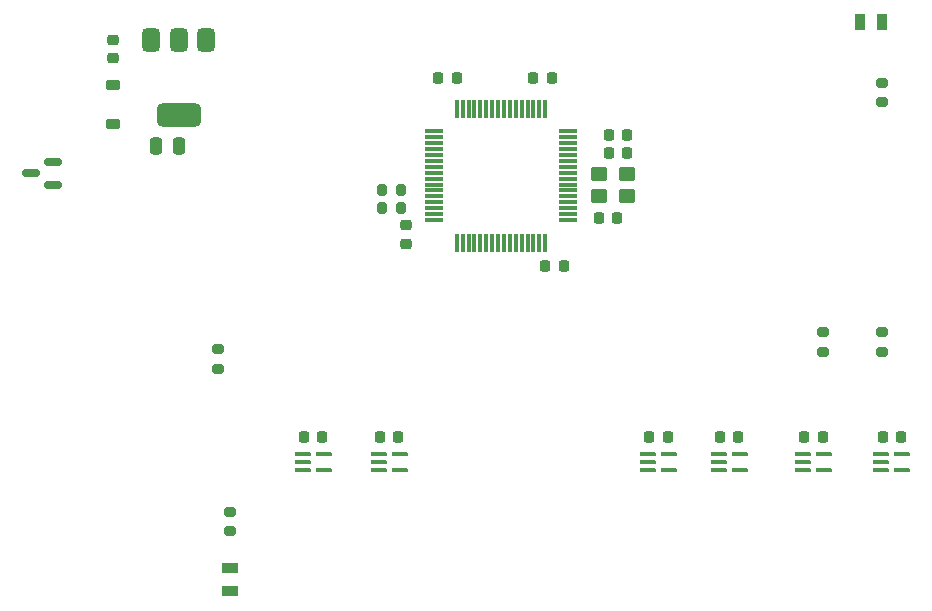
<source format=gtp>
G04 #@! TF.GenerationSoftware,KiCad,Pcbnew,9.0.7*
G04 #@! TF.CreationDate,2026-02-15T20:38:08+11:00*
G04 #@! TF.ProjectId,AmigaUSBFloppy,416d6967-6155-4534-9246-6c6f7070792e,rev?*
G04 #@! TF.SameCoordinates,Original*
G04 #@! TF.FileFunction,Paste,Top*
G04 #@! TF.FilePolarity,Positive*
%FSLAX46Y46*%
G04 Gerber Fmt 4.6, Leading zero omitted, Abs format (unit mm)*
G04 Created by KiCad (PCBNEW 9.0.7) date 2026-02-15 20:38:08*
%MOMM*%
%LPD*%
G01*
G04 APERTURE LIST*
G04 Aperture macros list*
%AMRoundRect*
0 Rectangle with rounded corners*
0 $1 Rounding radius*
0 $2 $3 $4 $5 $6 $7 $8 $9 X,Y pos of 4 corners*
0 Add a 4 corners polygon primitive as box body*
4,1,4,$2,$3,$4,$5,$6,$7,$8,$9,$2,$3,0*
0 Add four circle primitives for the rounded corners*
1,1,$1+$1,$2,$3*
1,1,$1+$1,$4,$5*
1,1,$1+$1,$6,$7*
1,1,$1+$1,$8,$9*
0 Add four rect primitives between the rounded corners*
20,1,$1+$1,$2,$3,$4,$5,0*
20,1,$1+$1,$4,$5,$6,$7,0*
20,1,$1+$1,$6,$7,$8,$9,0*
20,1,$1+$1,$8,$9,$2,$3,0*%
G04 Aperture macros list end*
%ADD10RoundRect,0.250000X-0.450000X-0.350000X0.450000X-0.350000X0.450000X0.350000X-0.450000X0.350000X0*%
%ADD11RoundRect,0.225000X-0.375000X0.225000X-0.375000X-0.225000X0.375000X-0.225000X0.375000X0.225000X0*%
%ADD12RoundRect,0.225000X0.225000X0.250000X-0.225000X0.250000X-0.225000X-0.250000X0.225000X-0.250000X0*%
%ADD13RoundRect,0.200000X0.200000X0.275000X-0.200000X0.275000X-0.200000X-0.275000X0.200000X-0.275000X0*%
%ADD14RoundRect,0.225000X-0.225000X-0.250000X0.225000X-0.250000X0.225000X0.250000X-0.225000X0.250000X0*%
%ADD15RoundRect,0.225000X0.250000X-0.225000X0.250000X0.225000X-0.250000X0.225000X-0.250000X-0.225000X0*%
%ADD16R,0.950000X1.400000*%
%ADD17RoundRect,0.100000X-0.562500X-0.100000X0.562500X-0.100000X0.562500X0.100000X-0.562500X0.100000X0*%
%ADD18RoundRect,0.200000X0.275000X-0.200000X0.275000X0.200000X-0.275000X0.200000X-0.275000X-0.200000X0*%
%ADD19RoundRect,0.200000X-0.275000X0.200000X-0.275000X-0.200000X0.275000X-0.200000X0.275000X0.200000X0*%
%ADD20RoundRect,0.375000X-0.375000X0.625000X-0.375000X-0.625000X0.375000X-0.625000X0.375000X0.625000X0*%
%ADD21RoundRect,0.500000X-1.400000X0.500000X-1.400000X-0.500000X1.400000X-0.500000X1.400000X0.500000X0*%
%ADD22RoundRect,0.225000X-0.250000X0.225000X-0.250000X-0.225000X0.250000X-0.225000X0.250000X0.225000X0*%
%ADD23RoundRect,0.250000X-0.250000X-0.475000X0.250000X-0.475000X0.250000X0.475000X-0.250000X0.475000X0*%
%ADD24RoundRect,0.150000X0.587500X0.150000X-0.587500X0.150000X-0.587500X-0.150000X0.587500X-0.150000X0*%
%ADD25RoundRect,0.075000X0.700000X0.075000X-0.700000X0.075000X-0.700000X-0.075000X0.700000X-0.075000X0*%
%ADD26RoundRect,0.075000X0.075000X0.700000X-0.075000X0.700000X-0.075000X-0.700000X0.075000X-0.700000X0*%
%ADD27R,1.400000X0.950000*%
G04 APERTURE END LIST*
D10*
X160900000Y-78737500D03*
X163300002Y-78737500D03*
X163300002Y-76837500D03*
X160900000Y-76837500D03*
D11*
X119762500Y-69287500D03*
X119762500Y-72587500D03*
D12*
X137460888Y-99071725D03*
X135910888Y-99071725D03*
D13*
X144175000Y-79687500D03*
X142525000Y-79687500D03*
D12*
X163300002Y-73537500D03*
X161750002Y-73537500D03*
X162450000Y-80537500D03*
X160900000Y-80537500D03*
X179830000Y-99071725D03*
X178280000Y-99071725D03*
D14*
X161750002Y-75087500D03*
X163300002Y-75087500D03*
D12*
X172687500Y-99071725D03*
X171137500Y-99071725D03*
D15*
X144575000Y-82737500D03*
X144575000Y-81187500D03*
D16*
X184870000Y-64012500D03*
X182970000Y-64012500D03*
D17*
X135798388Y-100594225D03*
X135798388Y-101244225D03*
X135798388Y-101894225D03*
X137573388Y-101894225D03*
X137573388Y-100594225D03*
D14*
X147300001Y-68712500D03*
X148850001Y-68712500D03*
D12*
X143900000Y-99071725D03*
X142350000Y-99071725D03*
D18*
X179870000Y-91912500D03*
X179870000Y-90262500D03*
D19*
X128650000Y-91677500D03*
X128650000Y-93327500D03*
D20*
X127600000Y-65512500D03*
X125300000Y-65512500D03*
D21*
X125300000Y-71812500D03*
D20*
X123000000Y-65512500D03*
D12*
X186454627Y-99071725D03*
X184904627Y-99071725D03*
D17*
X165060888Y-100594225D03*
X165060888Y-101244225D03*
X165060888Y-101894225D03*
X166835888Y-101894225D03*
X166835888Y-100594225D03*
D18*
X184870000Y-91912500D03*
X184870000Y-90262500D03*
D17*
X184792127Y-100594225D03*
X184792127Y-101244225D03*
X184792127Y-101894225D03*
X186567127Y-101894225D03*
X186567127Y-100594225D03*
D22*
X119762500Y-65512500D03*
X119762500Y-67062500D03*
D23*
X123400000Y-74437500D03*
X125300000Y-74437500D03*
D13*
X144175000Y-78187500D03*
X142525000Y-78187500D03*
D24*
X114675000Y-77737500D03*
X114675000Y-75837500D03*
X112800000Y-76787500D03*
D17*
X171025000Y-100594225D03*
X171025000Y-101244225D03*
X171025000Y-101894225D03*
X172800000Y-101894225D03*
X172800000Y-100594225D03*
X178167500Y-100594225D03*
X178167500Y-101244225D03*
X178167500Y-101894225D03*
X179942500Y-101894225D03*
X179942500Y-100594225D03*
D12*
X166723388Y-99071725D03*
X165173388Y-99071725D03*
D25*
X158275000Y-80737499D03*
X158275000Y-80237500D03*
X158275000Y-79737500D03*
X158275000Y-79237500D03*
X158275000Y-78737500D03*
X158275000Y-78237499D03*
X158275000Y-77737500D03*
X158275000Y-77237500D03*
X158275000Y-76737500D03*
X158275000Y-76237500D03*
X158275000Y-75737501D03*
X158275000Y-75237500D03*
X158275000Y-74737500D03*
X158275000Y-74237500D03*
X158275000Y-73737500D03*
X158275000Y-73237501D03*
D26*
X156349999Y-71312500D03*
X155850000Y-71312500D03*
X155350000Y-71312500D03*
X154850000Y-71312500D03*
X154350000Y-71312500D03*
X153849999Y-71312500D03*
X153350000Y-71312500D03*
X152850000Y-71312500D03*
X152350000Y-71312500D03*
X151850000Y-71312500D03*
X151350001Y-71312500D03*
X150850000Y-71312500D03*
X150350000Y-71312500D03*
X149850000Y-71312500D03*
X149350000Y-71312500D03*
X148850001Y-71312500D03*
D25*
X146925000Y-73237501D03*
X146925000Y-73737500D03*
X146925000Y-74237500D03*
X146925000Y-74737500D03*
X146925000Y-75237500D03*
X146925000Y-75737501D03*
X146925000Y-76237500D03*
X146925000Y-76737500D03*
X146925000Y-77237500D03*
X146925000Y-77737500D03*
X146925000Y-78237499D03*
X146925000Y-78737500D03*
X146925000Y-79237500D03*
X146925000Y-79737500D03*
X146925000Y-80237500D03*
X146925000Y-80737499D03*
D26*
X148850001Y-82662500D03*
X149350000Y-82662500D03*
X149850000Y-82662500D03*
X150350000Y-82662500D03*
X150850000Y-82662500D03*
X151350001Y-82662500D03*
X151850000Y-82662500D03*
X152350000Y-82662500D03*
X152850000Y-82662500D03*
X153350000Y-82662500D03*
X153849999Y-82662500D03*
X154350000Y-82662500D03*
X154850000Y-82662500D03*
X155350000Y-82662500D03*
X155850000Y-82662500D03*
X156349999Y-82662500D03*
D12*
X157899999Y-84637500D03*
X156349999Y-84637500D03*
D19*
X129615000Y-105462500D03*
X129615000Y-107112500D03*
D27*
X129615000Y-112137500D03*
X129615000Y-110237500D03*
D17*
X142237500Y-100594225D03*
X142237500Y-101244225D03*
X142237500Y-101894225D03*
X144012500Y-101894225D03*
X144012500Y-100594225D03*
D12*
X156900000Y-68712500D03*
X155350000Y-68712500D03*
D19*
X184870000Y-69112500D03*
X184870000Y-70762500D03*
M02*

</source>
